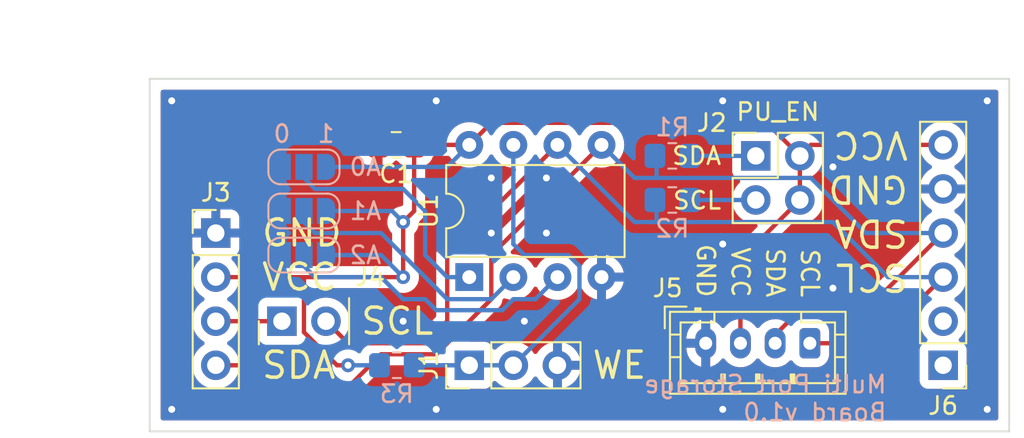
<source format=kicad_pcb>
(kicad_pcb (version 20211014) (generator pcbnew)
  (layers (0 "F.Cu" signal) (31 "B.Cu" signal) (34 "B.Paste" user) (35 "F.Paste" user) (36 "B.SilkS" user "B.Silkscreen") (37 "F.SilkS" user "F.Silkscreen") (38 "B.Mask" user) (39 "F.Mask" user) (44 "Edge.Cuts" user))
  (net 0 "")
  (net 1 "VCC")
  (net 2 "GND")
  (net 3 "Net-(U1-Pad7)")
  (net 4 "Net-(J2-Pad1)")
  (net 5 "Net-(J2-Pad3)")
  (net 6 "Net-(J3-Pad3)")
  (net 7 "/SDA")
  (net 8 "/SCL")
  (net 11 "/A0")
  (net 12 "/A1")
  (net 13 "/A2")
  (footprint "Connector_PinHeader_2.54mm:PinHeader_1x06_P2.54mm_Vertical" (layer "F.Cu") (at 170.18 100.33 180)
    (fp_text reference "J6" (at 0 -2.33) (layer "F.SilkS"))
    (fp_text value "Conn_01x06")
    (fp_line (start -1.33 0) (end -1.33 -1.33) (layer "F.SilkS") (width 0.12))
    (fp_line (start -1.33 14.03) (end 1.33 14.03) (layer "F.SilkS") (width 0.12))
    (fp_line (start -1.33 1.27) (end 1.33 1.27) (layer "F.SilkS") (width 0.12))
    (fp_line (start -1.33 1.27) (end -1.33 14.03) (layer "F.SilkS") (width 0.12))
    (fp_line (start 1.33 1.27) (end 1.33 14.03) (layer "F.SilkS") (width 0.12))
    (fp_line (start -1.33 -1.33) (end 0 -1.33) (layer "F.SilkS") (width 0.12))
    (pad "1" thru_hole rect (at 0 0 180) (size 1.7 1.7) (drill 1) (layers *.Cu *.Mask))
    (pad "2" thru_hole oval (at 0 2.54 180) (size 1.7 1.7) (drill 1) (layers *.Cu *.Mask))
    (pad "3" thru_hole oval (at 0 5.08 180) (size 1.7 1.7) (drill 1) (layers *.Cu *.Mask) (net 8 "/SCL"))
    (pad "4" thru_hole oval (at 0 7.62 180) (size 1.7 1.7) (drill 1) (layers *.Cu *.Mask) (net 7 "/SDA"))
    (pad "5" thru_hole oval (at 0 10.16 180) (size 1.7 1.7) (drill 1) (layers *.Cu *.Mask) (net 2 "GND"))
    (pad "6" thru_hole oval (at 0 12.7 180) (size 1.7 1.7) (drill 1) (layers *.Cu *.Mask) (net 1 "VCC"))
  )
  (footprint "Package_DIP:DIP-8_W7.62mm" (layer "F.Cu") (at 142.875 95.25 90)
    (fp_text reference "U1" (at 3.81 -2.33 90) (layer "F.SilkS"))
    (fp_text value "24FC1025")
    (fp_line (start 6.46 -1.33) (end 4.81 -1.33) (layer "F.SilkS") (width 0.12))
    (fp_line (start 1.16 -1.33) (end 1.16 8.95) (layer "F.SilkS") (width 0.12))
    (fp_line (start 6.46 8.95) (end 6.46 -1.33) (layer "F.SilkS") (width 0.12))
    (fp_line (start 1.16 8.95) (end 6.46 8.95) (layer "F.SilkS") (width 0.12))
    (fp_line (start 2.81 -1.33) (end 1.16 -1.33) (layer "F.SilkS") (width 0.12))
    (fp_arc (start 4.81 -1.33) (mid 3.81 -0.33) (end 2.81 -1.33) (layer "F.SilkS") (width 0.12))
    (pad "1" thru_hole rect (at 0 0 90) (size 1.6 1.6) (drill 0.8) (layers *.Cu *.Mask) (net 11 "/A0"))
    (pad "2" thru_hole oval (at 0 2.54 90) (size 1.6 1.6) (drill 0.8) (layers *.Cu *.Mask) (net 12 "/A1"))
    (pad "3" thru_hole oval (at 0 5.08 90) (size 1.6 1.6) (drill 0.8) (layers *.Cu *.Mask) (net 13 "/A2"))
    (pad "4" thru_hole oval (at 0 7.62 90) (size 1.6 1.6) (drill 0.8) (layers *.Cu *.Mask) (net 2 "GND"))
    (pad "5" thru_hole oval (at 7.62 7.62 90) (size 1.6 1.6) (drill 0.8) (layers *.Cu *.Mask) (net 7 "/SDA"))
    (pad "6" thru_hole oval (at 7.62 5.08 90) (size 1.6 1.6) (drill 0.8) (layers *.Cu *.Mask) (net 8 "/SCL"))
    (pad "7" thru_hole oval (at 7.62 2.54 90) (size 1.6 1.6) (drill 0.8) (layers *.Cu *.Mask) (net 3 "Net-(U1-Pad7)"))
    (pad "8" thru_hole oval (at 7.62 0 90) (size 1.6 1.6) (drill 0.8) (layers *.Cu *.Mask) (net 1 "VCC"))
  )
  (footprint "Connector_PinHeader_2.54mm:PinHeader_1x03_P2.54mm_Vertical" (layer "F.Cu") (at 142.875 100.33 90)
    (fp_text reference "J1" (at 0 -2.33 90) (layer "F.SilkS"))
    (fp_text value "WE_SWITCH")
    (fp_line (start -1.33 1.27) (end 1.33 1.27) (layer "F.SilkS") (width 0.12))
    (fp_line (start -1.33 1.27) (end -1.33 6.41) (layer "F.SilkS") (width 0.12))
    (fp_line (start 1.33 1.27) (end 1.33 6.41) (layer "F.SilkS") (width 0.12))
    (fp_line (start -1.33 0) (end -1.33 -1.33) (layer "F.SilkS") (width 0.12))
    (fp_line (start -1.33 -1.33) (end 0 -1.33) (layer "F.SilkS") (width 0.12))
    (fp_line (start -1.33 6.41) (end 1.33 6.41) (layer "F.SilkS") (width 0.12))
    (pad "1" thru_hole rect (at 0 0 90) (size 1.7 1.7) (drill 1) (layers *.Cu *.Mask) (net 3 "Net-(U1-Pad7)"))
    (pad "2" thru_hole oval (at 0 2.54 90) (size 1.7 1.7) (drill 1) (layers *.Cu *.Mask) (net 3 "Net-(U1-Pad7)"))
    (pad "3" thru_hole oval (at 0 5.08 90) (size 1.7 1.7) (drill 1) (layers *.Cu *.Mask) (net 2 "GND"))
  )
  (footprint "Capacitor_SMD:C_0805_2012Metric_Pad1.18x1.45mm_HandSolder" (layer "F.Cu") (at 138.6625 87.63 180)
    (fp_text reference "C1" (at 0 -1.68) (layer "F.SilkS"))
    (fp_text value "0.1u")
    (fp_line (start -0.261252 -0.735) (end 0.261252 -0.735) (layer "F.SilkS") (width 0.12))
    (fp_line (start -0.261252 0.735) (end 0.261252 0.735) (layer "F.SilkS") (width 0.12))
    (pad "1" smd roundrect (at -1.0375 0 180) (size 1.175 1.45) (layers "F.Cu" "F.Paste" "F.Mask") (roundrect_rratio 0.212766) (net 1 "VCC"))
    (pad "2" smd roundrect (at 1.0375 0 180) (size 1.175 1.45) (layers "F.Cu" "F.Paste" "F.Mask") (roundrect_rratio 0.212766) (net 2 "GND"))
  )
  (footprint "Connector_JST:JST_PH_B4B-PH-K_1x04_P2.00mm_Vertical" (layer "F.Cu") (at 156.5 99.06)
    (fp_text reference "J5" (at -2.195 -3.175) (layer "F.SilkS"))
    (fp_text value "Conn_01x04")
    (fp_line (start 1.1 1.8) (end 1.1 2.3) (layer "F.SilkS") (width 0.12))
    (fp_line (start 8.06 2.91) (end 8.06 -1.81) (layer "F.SilkS") (width 0.12))
    (fp_line (start -2.06 -1.81) (end -2.06 2.91) (layer "F.SilkS") (width 0.12))
    (fp_line (start 5 2.3) (end 5 1.8) (layer "F.SilkS") (width 0.12))
    (fp_line (start 3 2.3) (end 3 1.8) (layer "F.SilkS") (width 0.12))
    (fp_line (start 7.45 -1.2) (end 5.5 -1.2) (layer "F.SilkS") (width 0.12))
    (fp_line (start -2.06 -0.5) (end -1.45 -0.5) (layer "F.SilkS") (width 0.12))
    (fp_line (start 4.9 2.3) (end 4.9 1.8) (layer "F.SilkS") (width 0.12))
    (fp_line (start 5.5 -1.2) (end 5.5 -1.81) (layer "F.SilkS") (width 0.12))
    (fp_line (start 4.9 1.8) (end 5.1 1.8) (layer "F.SilkS") (width 0.12))
    (fp_line (start -0.3 -2.01) (end -0.6 -2.01) (layer "F.SilkS") (width 0.12))
    (fp_line (start 0.5 -1.2) (end -1.45 -1.2) (layer "F.SilkS") (width 0.12))
    (fp_line (start -2.36 -2.11) (end -2.36 -0.86) (layer "F.SilkS") (width 0.12))
    (fp_line (start 7.45 2.3) (end 7.45 -1.2) (layer "F.SilkS") (width 0.12))
    (fp_line (start 0.9 1.8) (end 1.1 1.8) (layer "F.SilkS") (width 0.12))
    (fp_line (start 8.06 -0.5) (end 7.45 -0.5) (layer "F.SilkS") (width 0.12))
    (fp_line (start 2.9 1.8) (end 3.1 1.8) (layer "F.SilkS") (width 0.12))
    (fp_line (start -0.6 -2.01) (end -0.6 -1.81) (layer "F.SilkS") (width 0.12))
    (fp_line (start 8.06 -1.81) (end -2.06 -1.81) (layer "F.SilkS") (width 0.12))
    (fp_line (start 2.9 2.3) (end 2.9 1.8) (layer "F.SilkS") (width 0.12))
    (fp_line (start -0.3 -1.81) (end -0.3 -2.01) (layer "F.SilkS") (width 0.12))
    (fp_line (start 0.9 2.3) (end 0.9 1.8) (layer "F.SilkS") (width 0.12))
    (fp_line (start -0.3 -1.91) (end -0.6 -1.91) (layer "F.SilkS") (width 0.12))
    (fp_line (start -2.06 2.91) (end 8.06 2.91) (layer "F.SilkS") (width 0.12))
    (fp_line (start 8.06 0.8) (end 7.45 0.8) (layer "F.SilkS") (width 0.12))
    (fp_line (start -1.11 -2.11) (end -2.36 -2.11) (layer "F.SilkS") (width 0.12))
    (fp_line (start 3.1 1.8) (end 3.1 2.3) (layer "F.SilkS") (width 0.12))
    (fp_line (start -2.06 0.8) (end -1.45 0.8) (layer "F.SilkS") (width 0.12))
    (fp_line (start -1.45 -1.2) (end -1.45 2.3) (layer "F.SilkS") (width 0.12))
    (fp_line (start -1.45 2.3) (end 7.45 2.3) (layer "F.SilkS") (width 0.12))
    (fp_line (start 0.5 -1.81) (end 0.5 -1.2) (layer "F.SilkS") (width 0.12))
    (fp_line (start 1 2.3) (end 1 1.8) (layer "F.SilkS") (width 0.12))
    (fp_line (start 5.1 1.8) (end 5.1 2.3) (layer "F.SilkS") (width 0.12))
    (pad "1" thru_hole roundrect (at 6 0) (size 1.2 1.75) (drill 0.75) (layers *.Cu *.Mask) (roundrect_rratio 0.2083333333) (net 8 "/SCL"))
    (pad "2" thru_hole oval (at 4 0) (size 1.2 1.75) (drill 0.75) (layers *.Cu *.Mask) (net 7 "/SDA"))
    (pad "3" thru_hole oval (at 2 0) (size 1.2 1.75) (drill 0.75) (layers *.Cu *.Mask) (net 1 "VCC"))
    (pad "4" thru_hole oval (at 0 0) (size 1.2 1.75) (drill 0.75) (layers *.Cu *.Mask) (net 2 "GND"))
  )
  (footprint "Connector_PinHeader_2.54mm:PinHeader_1x04_P2.54mm_Vertical" (layer "F.Cu") (at 128.27 92.71)
    (fp_text reference "J3" (at 0 -2.33) (layer "F.SilkS"))
    (fp_text value "Conn_01x04")
    (fp_line (start -1.33 1.27) (end -1.33 8.95) (layer "F.SilkS") (width 0.12))
    (fp_line (start -1.33 8.95) (end 1.33 8.95) (layer "F.SilkS") (width 0.12))
    (fp_line (start -1.33 -1.33) (end 0 -1.33) (layer "F.SilkS") (width 0.12))
    (fp_line (start -1.33 1.27) (end 1.33 1.27) (layer "F.SilkS") (width 0.12))
    (fp_line (start -1.33 0) (end -1.33 -1.33) (layer "F.SilkS") (width 0.12))
    (fp_line (start 1.33 1.27) (end 1.33 8.95) (layer "F.SilkS") (width 0.12))
    (pad "1" thru_hole rect (at 0 0) (size 1.7 1.7) (drill 1) (layers *.Cu *.Mask) (net 2 "GND"))
    (pad "2" thru_hole oval (at 0 2.54) (size 1.7 1.7) (drill 1) (layers *.Cu *.Mask) (net 1 "VCC"))
    (pad "3" thru_hole oval (at 0 5.08) (size 1.7 1.7) (drill 1) (layers *.Cu *.Mask) (net 6 "Net-(J3-Pad3)"))
    (pad "4" thru_hole oval (at 0 7.62) (size 1.7 1.7) (drill 1) (layers *.Cu *.Mask) (net 7 "/SDA"))
  )
  (footprint "Connector_PinHeader_2.54mm:PinHeader_2x02_P2.54mm_Vertical" (layer "F.Cu") (at 159.385 88.265)
    (fp_text reference "J2" (at -2.54 -1.905) (layer "F.SilkS"))
    (fp_text value "PU_EN")
    (fp_line (start -1.33 1.27) (end -1.33 3.87) (layer "F.SilkS") (width 0.12))
    (fp_line (start -1.33 1.27) (end 1.27 1.27) (layer "F.SilkS") (width 0.12))
    (fp_line (start -1.33 3.87) (end 3.87 3.87) (layer "F.SilkS") (width 0.12))
    (fp_line (start 1.27 1.27) (end 1.27 -1.33) (layer "F.SilkS") (width 0.12))
    (fp_line (start 1.27 -1.33) (end 3.87 -1.33) (layer "F.SilkS") (width 0.12))
    (fp_line (start 3.87 -1.33) (end 3.87 3.87) (layer "F.SilkS") (width 0.12))
    (fp_line (start -1.33 -1.33) (end 0 -1.33) (layer "F.SilkS") (width 0.12))
    (fp_line (start -1.33 0) (end -1.33 -1.33) (layer "F.SilkS") (width 0.12))
    (pad "1" thru_hole rect (at 0 0) (size 1.7 1.7) (drill 1) (layers *.Cu *.Mask) (net 4 "Net-(J2-Pad1)"))
    (pad "2" thru_hole oval (at 2.54 0) (size 1.7 1.7) (drill 1) (layers *.Cu *.Mask) (net 1 "VCC"))
    (pad "3" thru_hole oval (at 0 2.54) (size 1.7 1.7) (drill 1) (layers *.Cu *.Mask) (net 5 "Net-(J2-Pad3)"))
    (pad "4" thru_hole oval (at 2.54 2.54) (size 1.7 1.7) (drill 1) (layers *.Cu *.Mask) (net 1 "VCC"))
  )
  (footprint "Connector_PinHeader_2.54mm:PinHeader_1x02_P2.54mm_Vertical" (layer "F.Cu") (at 132.08 97.79 90)
    (fp_text reference "J4" (at 2.54 5.08 180) (layer "F.SilkS"))
    (fp_text value "Conn_01x02")
    (fp_line (start -1.33 3.87) (end 1.33 3.87) (layer "F.SilkS") (width 0.12))
    (fp_line (start -1.33 -1.33) (end 0 -1.33) (layer "F.SilkS") (width 0.12))
    (pad "1" thru_hole rect (at 0 0 90) (size 1.7 1.7) (drill 1) (layers *.Cu *.Mask) (net 6 "Net-(J3-Pad3)"))
    (pad "2" thru_hole oval (at 0 2.54 90) (size 1.7 1.7) (drill 1) (layers *.Cu *.Mask) (net 8 "/SCL"))
  )
  (footprint "Jumper:SolderJumper-3_P1.3mm_Open_RoundedPad1.0x1.5mm_NumberLabels" (layer "B.Cu") (at 133.35 91.44 180)
    (fp_text reference "JP2" hide)
    (fp_text value "SolderJumper_3_Open")
    (fp_line (start 1.4 -1) (end -1.4 -1) (layer "B.SilkS") (width 0.12))
    (fp_line (start -1.4 1) (end 1.4 1) (layer "B.SilkS") (width 0.12))
    (fp_line (start 2.05 0.3) (end 2.05 -0.3) (layer "B.SilkS") (width 0.12))
    (fp_line (start -2.05 -0.3) (end -2.05 0.3) (layer "B.SilkS") (width 0.12))
    (fp_arc (start 1.35 -1) (mid 1.844975 -0.794975) (end 2.05 -0.3) (layer "B.SilkS") (width 0.12))
    (fp_arc (start -1.35 1) (mid -1.844975 0.794975) (end -2.05 0.3) (layer "B.SilkS") (width 0.12))
    (fp_arc (start 2.05 0.3) (mid 1.844975 0.794975) (end 1.35 1) (layer "B.SilkS") (width 0.12))
    (fp_arc (start -2.05 -0.3) (mid -1.844975 -0.794975) (end -1.35 -1) (layer "B.SilkS") (width 0.12))
    (pad "1" smd custom (at -1.3 0 180) (size 1 0.5) (layers "B.Cu" "B.Mask") (net 1 "VCC") (options (clearance outline) (anchor rect)) (primitives (gr_circle (center 0 -0.25) (end 0.5 -0.25) (width 0) (fill yes)) (gr_circle (center 0 0.25) (end 0.5 0.25) (width 0) (fill yes)) (gr_poly (pts (xy 0.55 -0.75) (xy 0 -0.75) (xy 0 0.75) (xy 0.55 0.75)) (width 0) (fill yes))))
    (pad "2" smd rect (at 0 0 180) (size 1 1.5) (layers "B.Cu" "B.Mask") (net 12 "/A1"))
    (pad "3" smd custom (at 1.3 0 180) (size 1 0.5) (layers "B.Cu" "B.Mask") (net 2 "GND") (options (clearance outline) (anchor rect)) (primitives (gr_circle (center 0 -0.25) (end 0.5 -0.25) (width 0) (fill yes)) (gr_circle (center 0 0.25) (end 0.5 0.25) (width 0) (fill yes)) (gr_poly (pts (xy 0 -0.75) (xy -0.55 -0.75) (xy -0.55 0.75) (xy 0 0.75)) (width 0) (fill yes))))
  )
  (footprint "Jumper:SolderJumper-3_P1.3mm_Open_RoundedPad1.0x1.5mm_NumberLabels" (layer "B.Cu") (at 133.35 93.98 180)
    (fp_text reference "JP3" hide)
    (fp_text value "SolderJumper_3_Open")
    (fp_line (start 1.4 -1) (end -1.4 -1) (layer "B.SilkS") (width 0.12))
    (fp_line (start 2.05 0.3) (end 2.05 -0.3) (layer "B.SilkS") (width 0.12))
    (fp_line (start -1.4 1) (end 1.4 1) (layer "B.SilkS") (width 0.12))
    (fp_line (start -2.05 -0.3) (end -2.05 0.3) (layer "B.SilkS") (width 0.12))
    (fp_arc (start 1.35 -1) (mid 1.844975 -0.794975) (end 2.05 -0.3) (layer "B.SilkS") (width 0.12))
    (fp_arc (start -2.05 -0.3) (mid -1.844975 -0.794975) (end -1.35 -1) (layer "B.SilkS") (width 0.12))
    (fp_arc (start -1.35 1) (mid -1.844975 0.794975) (end -2.05 0.3) (layer "B.SilkS") (width 0.12))
    (fp_arc (start 2.05 0.3) (mid 1.844975 0.794975) (end 1.35 1) (layer "B.SilkS") (width 0.12))
    (pad "1" smd custom (at -1.3 0 180) (size 1 0.5) (layers "B.Cu" "B.Mask") (net 1 "VCC") (options (clearance outline) (anchor rect)) (primitives (gr_circle (center 0 -0.25) (end 0.5 -0.25) (width 0) (fill yes)) (gr_circle (center 0 0.25) (end 0.5 0.25) (width 0) (fill yes)) (gr_poly (pts (xy 0.55 -0.75) (xy 0 -0.75) (xy 0 0.75) (xy 0.55 0.75)) (width 0) (fill yes))))
    (pad "2" smd rect (at 0 0 180) (size 1 1.5) (layers "B.Cu" "B.Mask") (net 13 "/A2"))
    (pad "3" smd custom (at 1.3 0 180) (size 1 0.5) (layers "B.Cu" "B.Mask") (net 2 "GND") (options (clearance outline) (anchor rect)) (primitives (gr_circle (center 0 -0.25) (end 0.5 -0.25) (width 0) (fill yes)) (gr_circle (center 0 0.25) (end 0.5 0.25) (width 0) (fill yes)) (gr_poly (pts (xy 0 -0.75) (xy -0.55 -0.75) (xy -0.55 0.75) (xy 0 0.75)) (width 0) (fill yes))))
  )
  (footprint "Jumper:SolderJumper-3_P1.3mm_Open_RoundedPad1.0x1.5mm_NumberLabels" (layer "B.Cu") (at 133.35 88.9 180)
    (fp_text reference "JP1" hide)
    (fp_text value "SolderJumper_3_Open")
    (fp_line (start 2.05 0.3) (end 2.05 -0.3) (layer "B.SilkS") (width 0.12))
    (fp_line (start 1.4 -1) (end -1.4 -1) (layer "B.SilkS") (width 0.12))
    (fp_line (start -2.05 -0.3) (end -2.05 0.3) (layer "B.SilkS") (width 0.12))
    (fp_line (start -1.4 1) (end 1.4 1) (layer "B.SilkS") (width 0.12))
    (fp_arc (start 2.05 0.3) (mid 1.844975 0.794975) (end 1.35 1) (layer "B.SilkS") (width 0.12))
    (fp_arc (start 1.35 -1) (mid 1.844975 -0.794975) (end 2.05 -0.3) (layer "B.SilkS") (width 0.12))
    (fp_arc (start -1.35 1) (mid -1.844975 0.794975) (end -2.05 0.3) (layer "B.SilkS") (width 0.12))
    (fp_arc (start -2.05 -0.3) (mid -1.844975 -0.794975) (end -1.35 -1) (layer "B.SilkS") (width 0.12))
    (pad "1" smd custom (at -1.3 0 180) (size 1 0.5) (layers "B.Cu" "B.Mask") (net 1 "VCC") (options (clearance outline) (anchor rect)) (primitives (gr_circle (center 0 -0.25) (end 0.5 -0.25) (width 0) (fill yes)) (gr_circle (center 0 0.25) (end 0.5 0.25) (width 0) (fill yes)) (gr_poly (pts (xy 0.55 -0.75) (xy 0 -0.75) (xy 0 0.75) (xy 0.55 0.75)) (width 0) (fill yes))))
    (pad "2" smd rect (at 0 0 180) (size 1 1.5) (layers "B.Cu" "B.Mask") (net 11 "/A0"))
    (pad "3" smd custom (at 1.3 0 180) (size 1 0.5) (layers "B.Cu" "B.Mask") (net 2 "GND") (options (clearance outline) (anchor rect)) (primitives (gr_circle (center 0 -0.25) (end 0.5 -0.25) (width 0) (fill yes)) (gr_circle (center 0 0.25) (end 0.5 0.25) (width 0) (fill yes)) (gr_poly (pts (xy 0 -0.75) (xy -0.55 -0.75) (xy -0.55 0.75) (xy 0 0.75)) (width 0) (fill yes))))
  )
  (footprint "Resistor_SMD:R_0805_2012Metric_Pad1.20x1.40mm_HandSolder" (layer "B.Cu") (at 154.575 88.265 180)
    (fp_text reference "R1" (at 0 1.65) (layer "B.SilkS") (effects (justify mirror)))
    (fp_text value "2k")
    (fp_line (start -0.227064 -0.735) (end 0.227064 -0.735) (layer "B.SilkS") (width 0.12))
    (fp_line (start -0.227064 0.735) (end 0.227064 0.735) (layer "B.SilkS") (width 0.12))
    (pad "1" smd roundrect (at -1 0 180) (size 1.2 1.4) (layers "B.Cu" "B.Paste" "B.Mask") (roundrect_rratio 0.208333) (net 4 "Net-(J2-Pad1)"))
    (pad "2" smd roundrect (at 1 0 180) (size 1.2 1.4) (layers "B.Cu" "B.Paste" "B.Mask") (roundrect_rratio 0.208333) (net 7 "/SDA"))
  )
  (footprint "Resistor_SMD:R_0805_2012Metric_Pad1.20x1.40mm_HandSolder" (layer "B.Cu") (at 138.7 100.33)
    (fp_text reference "R3" (at 0 1.65) (layer "B.SilkS") (effects (justify mirror)))
    (fp_text value "10k")
    (fp_line (start -0.227064 0.735) (end 0.227064 0.735) (layer "B.SilkS") (width 0.12))
    (fp_line (start -0.227064 -0.735) (end 0.227064 -0.735) (layer "B.SilkS") (width 0.12))
    (pad "1" smd roundrect (at -1 0) (size 1.2 1.4) (layers "B.Cu" "B.Paste" "B.Mask") (roundrect_rratio 0.208333) (net 1 "VCC"))
    (pad "2" smd roundrect (at 1 0) (size 1.2 1.4) (layers "B.Cu" "B.Paste" "B.Mask") (roundrect_rratio 0.208333) (net 3 "Net-(U1-Pad7)"))
  )
  (footprint "Resistor_SMD:R_0805_2012Metric_Pad1.20x1.40mm_HandSolder" (layer "B.Cu") (at 154.575 90.805 180)
    (fp_text reference "R2" (at 0 -1.65) (layer "B.SilkS") (effects (justify mirror)))
    (fp_text value "2k")
    (fp_line (start -0.227064 -0.735) (end 0.227064 -0.735) (layer "B.SilkS") (width 0.12))
    (fp_line (start -0.227064 0.735) (end 0.227064 0.735) (layer "B.SilkS") (width 0.12))
    (pad "1" smd roundrect (at -1 0 180) (size 1.2 1.4) (layers "B.Cu" "B.Paste" "B.Mask") (roundrect_rratio 0.208333) (net 5 "Net-(J2-Pad3)"))
    (pad "2" smd roundrect (at 1 0 180) (size 1.2 1.4) (layers "B.Cu" "B.Paste" "B.Mask") (roundrect_rratio 0.208333) (net 8 "/SCL"))
  )
  (gr_rect (start 124.46 83.82) (end 173.99 104.14) (layer "Edge.Cuts") (width 0.1) (fill none))
  (gr_text "Multi Port Storage\nBoard v1.0" (at 167.005 102.235) (layer "B.SilkS") (effects (font (size 1 1)) (justify left mirror)))
  (gr_text "A1" (at 135.89 91.44) (layer "B.SilkS") (effects (font (size 1 1)) (justify right mirror)))
  (gr_text "A0" (at 135.89 88.9) (layer "B.SilkS") (effects (font (size 1 1)) (justify right mirror)))
  (gr_text "0" (at 132.08 86.995) (layer "B.SilkS") (effects (font (size 1 1)) (justify mirror)))
  (gr_text "A2" (at 135.89 93.98) (layer "B.SilkS") (effects (font (size 1 1)) (justify right mirror)))
  (gr_text "1" (at 134.62 86.995) (layer "B.SilkS") (effects (font (size 1 1)) (justify mirror)))
  (gr_text "VCC" (at 158.5 96.5 -90) (layer "F.SilkS") (effects (font (size 1 1)) (justify right)))
  (gr_text "GND" (at 156.5 96.5 -90) (layer "F.SilkS") (effects (font (size 1 1)) (justify right)))
  (gr_text "SDA" (at 157.48 88.265) (layer "F.SilkS") (effects (font (size 1 1)) (justify right)))
  (gr_text "SCL" (at 157.48 90.835) (layer "F.SilkS") (effects (font (size 1 1)) (justify right)))
  (gr_text "WE" (at 149.86 100.33) (layer "F.SilkS") (effects (font (size 1.5 1.5) (thickness 0.2)) (justify left)))
  (gr_text "SCL" (at 136.525 97.79) (layer "F.SilkS") (effects (font (size 1.5 1.5) (thickness 0.2)) (justify left)))
  (gr_text "PU_EN" (at 160.655 85.725) (layer "F.SilkS") (effects (font (size 1 1))))
  (gr_text "VCC" (at 130.81 95.25) (layer "F.SilkS") (effects (font (size 1.5 1.5) (thickness 0.2)) (justify left)))
  (gr_text "SCL" (at 168.275 95.25 180) (layer "F.SilkS") (effects (font (size 1.5 1.5) (thickness 0.2)) (justify left)))
  (gr_text "GND" (at 130.81 92.71) (layer "F.SilkS") (effects (font (size 1.5 1.5) (thickness 0.2)) (justify left)))
  (gr_text "SDA" (at 168.275 92.71 180) (layer "F.SilkS") (effects (font (size 1.5 1.5) (thickness 0.2)) (justify left)))
  (gr_text "SDA" (at 130.81 100.33) (layer "F.SilkS") (effects (font (size 1.5 1.5) (thickness 0.2)) (justify left)))
  (gr_text "SCL" (at 162.5 96.5 270) (layer "F.SilkS") (effects (font (size 1 1)) (justify right)))
  (gr_text "SDA" (at 160.5 96.5 -90) (layer "F.SilkS") (effects (font (size 1 1)) (justify right)))
  (gr_text "VCC" (at 168.275 87.63 180) (layer "F.SilkS") (effects (font (size 1.5 1.5) (thickness 0.2)) (justify left)))
  (gr_text "GND" (at 168.275 90.17 180) (layer "F.SilkS") (effects (font (size 1.5 1.5) (thickness 0.2)) (justify left)))
  (segment (start 139.065 92.075) (end 139.7 91.44) (width 0.25) (layer "F.Cu") (net 1))
  (segment (start 133.35 95.25) (end 133.35 98.425) (width 0.25) (layer "F.Cu") (net 1))
  (segment (start 158.5 94.23) (end 161.925 90.805) (width 0.25) (layer "F.Cu") (net 1))
  (segment (start 170.18 87.63) (end 162.56 87.63) (width 0.25) (layer "F.Cu") (net 1))
  (segment (start 158.5 99.06) (end 158.5 94.23) (width 0.25) (layer "F.Cu") (net 1))
  (segment (start 128.27 95.25) (end 133.35 95.25) (width 0.25) (layer "F.Cu") (net 1))
  (segment (start 160.02 86.36) (end 161.925 88.265) (width 0.25) (layer "F.Cu") (net 1))
  (segment (start 144.145 86.36) (end 160.02 86.36) (width 0.25) (layer "F.Cu") (net 1))
  (segment (start 161.925 88.265) (end 161.925 90.805) (width 0.25) (layer "F.Cu") (net 1))
  (segment (start 139.065 95.25) (end 139.065 92.075) (width 0.25) (layer "F.Cu") (net 1))
  (segment (start 139.7 87.63) (end 142.875 87.63) (width 0.25) (layer "F.Cu") (net 1))
  (segment (start 142.875 87.63) (end 144.145 86.36) (width 0.25) (layer "F.Cu") (net 1))
  (segment (start 162.56 87.63) (end 161.925 88.265) (width 0.25) (layer "F.Cu") (net 1))
  (segment (start 133.35 95.25) (end 139.065 95.25) (width 0.25) (layer "F.Cu") (net 1))
  (segment (start 139.7 91.44) (end 139.7 87.63) (width 0.25) (layer "F.Cu") (net 1))
  (segment (start 135.255 100.33) (end 135.89 100.33) (width 0.25) (layer "F.Cu") (net 1))
  (segment (start 133.35 98.425) (end 135.255 100.33) (width 0.25) (layer "F.Cu") (net 1))
  (via (at 139.065 92.075) (size 0.8) (drill 0.4) (layers "F.Cu" "B.Cu") (net 1))
  (via (at 135.89 100.33) (size 0.8) (drill 0.4) (layers "F.Cu" "B.Cu") (net 1))
  (via (at 139.065 95.25) (size 0.8) (drill 0.4) (layers "F.Cu" "B.Cu") (net 1))
  (segment (start 134.65 93.98) (end 137.795 93.98) (width 0.25) (layer "B.Cu") (net 1))
  (segment (start 134.65 91.44) (end 138.43 91.44) (width 0.25) (layer "B.Cu") (net 1))
  (segment (start 138.43 91.44) (end 139.065 92.075) (width 0.25) (layer "B.Cu") (net 1))
  (segment (start 141.605 88.9) (end 142.875 87.63) (width 0.25) (layer "B.Cu") (net 1))
  (segment (start 134.65 88.9) (end 141.605 88.9) (width 0.25) (layer "B.Cu") (net 1))
  (segment (start 135.89 100.33) (end 137.7 100.33) (width 0.25) (layer "B.Cu") (net 1))
  (segment (start 137.795 93.98) (end 139.065 95.25) (width 0.25) (layer "B.Cu") (net 1))
  (via (at 125.73 85.09) (size 0.8) (drill 0.4) (layers "F.Cu" "B.Cu") (net 2))
  (via (at 140.97 85.09) (size 0.8) (drill 0.4) (layers "F.Cu" "B.Cu") (net 2))
  (via (at 125.73 102.87) (size 0.8) (drill 0.4) (layers "F.Cu" "B.Cu") (net 2))
  (via (at 172.72 102.87) (size 0.8) (drill 0.4) (layers "F.Cu" "B.Cu") (net 2))
  (via (at 147.32 89.535) (size 0.8) (drill 0.4) (layers "F.Cu" "B.Cu") (net 2))
  (via (at 172.72 85.09) (size 0.8) (drill 0.4) (layers "F.Cu" "B.Cu") (net 2))
  (via (at 163.83 95.885) (size 0.8) (drill 0.4) (layers "F.Cu" "B.Cu") (net 2))
  (via (at 144.145 92.71) (size 0.8) (drill 0.4) (layers "F.Cu" "B.Cu") (net 2))
  (via (at 139.065 97.79) (size 0.8) (drill 0.4) (layers "F.Cu" "B.Cu") (net 2))
  (via (at 144.145 89.535) (size 0.8) (drill 0.4) (layers "F.Cu" "B.Cu") (net 2))
  (via (at 157.48 93.345) (size 0.8) (drill 0.4) (layers "F.Cu" "B.Cu") (net 2))
  (via (at 163.83 88.9) (size 0.8) (drill 0.4) (layers "F.Cu" "B.Cu") (net 2))
  (via (at 140.97 102.87) (size 0.8) (drill 0.4) (layers "F.Cu" "B.Cu") (net 2))
  (via (at 157.48 85.09) (size 0.8) (drill 0.4) (layers "F.Cu" "B.Cu") (net 2))
  (via (at 147.32 92.71) (size 0.8) (drill 0.4) (layers "F.Cu" "B.Cu") (net 2))
  (via (at 157.48 102.87) (size 0.8) (drill 0.4) (layers "F.Cu" "B.Cu") (net 2))
  (via (at 146.05 97.79) (size 0.8) (drill 0.4) (layers "F.Cu" "B.Cu") (net 2))
  (segment (start 149.225 96.52) (end 149.225 94.615) (width 0.25) (layer "B.Cu") (net 3))
  (segment (start 146.05 93.98) (end 145.415 93.345) (width 0.25) (layer "B.Cu") (net 3))
  (segment (start 149.225 94.615) (end 148.59 93.98) (width 0.25) (layer "B.Cu") (net 3))
  (segment (start 142.875 100.33) (end 145.415 100.33) (width 0.25) (layer "B.Cu") (net 3))
  (segment (start 145.415 100.33) (end 149.225 96.52) (width 0.25) (layer "B.Cu") (net 3))
  (segment (start 145.415 93.345) (end 145.415 87.63) (width 0.25) (layer "B.Cu") (net 3))
  (segment (start 139.7 100.33) (end 142.875 100.33) (width 0.25) (layer "B.Cu") (net 3))
  (segment (start 148.59 93.98) (end 146.05 93.98) (width 0.25) (layer "B.Cu") (net 3))
  (segment (start 155.575 88.265) (end 159.385 88.265) (width 0.25) (layer "B.Cu") (net 4))
  (segment (start 155.575 90.805) (end 159.385 90.805) (width 0.25) (layer "B.Cu") (net 5))
  (segment (start 128.27 97.79) (end 132.08 97.79) (width 0.25) (layer "F.Cu") (net 6))
  (segment (start 161.925 97.155) (end 160.5 98.58) (width 0.25) (layer "F.Cu") (net 7))
  (segment (start 128.27 100.33) (end 133.985 100.33) (width 0.25) (layer "F.Cu") (net 7))
  (segment (start 160.5 98.58) (end 160.5 99.06) (width 0.25) (layer "F.Cu") (net 7))
  (segment (start 170.18 92.71) (end 165.735 97.155) (width 0.25) (layer "F.Cu") (net 7))
  (segment (start 135.255 101.6) (end 135.89 101.6) (width 0.25) (layer "F.Cu") (net 7))
  (segment (start 144.145 93.98) (end 150.495 87.63) (width 0.25) (layer "F.Cu") (net 7))
  (segment (start 140.97 99.695) (end 137.795 99.695) (width 0.25) (layer "F.Cu") (net 7))
  (segment (start 144.145 96.52) (end 144.145 93.98) (width 0.25) (layer "F.Cu") (net 7))
  (segment (start 137.795 99.695) (end 135.89 101.6) (width 0.25) (layer "F.Cu") (net 7))
  (segment (start 133.985 100.33) (end 135.255 101.6) (width 0.25) (layer "F.Cu") (net 7))
  (segment (start 165.735 97.155) (end 161.925 97.155) (width 0.25) (layer "F.Cu") (net 7))
  (segment (start 140.97 99.695) (end 144.145 96.52) (width 0.25) (layer "F.Cu") (net 7))
  (segment (start 153.67 89.535) (end 153.67 88.36) (width 0.25) (layer "B.Cu") (net 7))
  (segment (start 162.56 89.535) (end 165.735 92.71) (width 0.25) (layer "B.Cu") (net 7))
  (segment (start 150.495 87.63) (end 152.4 89.535) (width 0.25) (layer "B.Cu") (net 7))
  (segment (start 165.735 92.71) (end 170.18 92.71) (width 0.25) (layer "B.Cu") (net 7))
  (segment (start 153.67 88.36) (end 153.575 88.265) (width 0.25) (layer "B.Cu") (net 7))
  (segment (start 152.4 89.535) (end 153.67 89.535) (width 0.25) (layer "B.Cu") (net 7))
  (segment (start 153.67 89.535) (end 162.56 89.535) (width 0.25) (layer "B.Cu") (net 7))
  (segment (start 162.5 99.06) (end 166.37 99.06) (width 0.25) (layer "F.Cu") (net 8))
  (segment (start 135.89 99.06) (end 134.62 97.79) (width 0.25) (layer "F.Cu") (net 8))
  (segment (start 166.37 99.06) (end 170.18 95.25) (width 0.25) (layer "F.Cu") (net 8))
  (segment (start 141.605 93.98) (end 141.605 97.79) (width 0.25) (layer "F.Cu") (net 8))
  (segment (start 141.605 93.98) (end 147.955 87.63) (width 0.25) (layer "F.Cu") (net 8))
  (segment (start 140.335 99.06) (end 135.89 99.06) (width 0.25) (layer "F.Cu") (net 8))
  (segment (start 141.605 97.79) (end 140.335 99.06) (width 0.25) (layer "F.Cu") (net 8))
  (segment (start 167.005 95.25) (end 170.18 95.25) (width 0.25) (layer "B.Cu") (net 8))
  (segment (start 152.4 92.075) (end 153.67 92.075) (width 0.25) (layer "B.Cu") (net 8))
  (segment (start 152.4 92.075) (end 147.955 87.63) (width 0.25) (layer "B.Cu") (net 8))
  (segment (start 153.67 92.075) (end 163.83 92.075) (width 0.25) (layer "B.Cu") (net 8))
  (segment (start 153.67 92.075) (end 153.67 90.9) (width 0.25) (layer "B.Cu") (net 8))
  (segment (start 163.83 92.075) (end 167.005 95.25) (width 0.25) (layer "B.Cu") (net 8))
  (segment (start 153.67 90.9) (end 153.575 90.805) (width 0.25) (layer "B.Cu") (net 8))
  (segment (start 139.065 90.17) (end 140.335 91.44) (width 0.25) (layer "B.Cu") (net 11))
  (segment (start 141.605 95.25) (end 142.875 95.25) (width 0.25) (layer "B.Cu") (net 11))
  (segment (start 133.35 89.535) (end 133.985 90.17) (width 0.25) (layer "B.Cu") (net 11))
  (segment (start 133.35 88.9) (end 133.35 89.535) (width 0.25) (layer "B.Cu") (net 11))
  (segment (start 140.335 93.98) (end 141.605 95.25) (width 0.25) (layer "B.Cu") (net 11))
  (segment (start 140.335 91.44) (end 140.335 93.98) (width 0.25) (layer "B.Cu") (net 11))
  (segment (start 133.985 90.17) (end 139.065 90.17) (width 0.25) (layer "B.Cu") (net 11))
  (segment (start 133.35 92.075) (end 133.985 92.71) (width 0.25) (layer "B.Cu") (net 12))
  (segment (start 141.605 96.52) (end 144.145 96.52) (width 0.25) (layer "B.Cu") (net 12))
  (segment (start 133.35 91.44) (end 133.35 92.075) (width 0.25) (layer "B.Cu") (net 12))
  (segment (start 133.985 92.71) (end 137.795 92.71) (width 0.25) (layer "B.Cu") (net 12))
  (segment (start 137.795 92.71) (end 141.605 96.52) (width 0.25) (layer "B.Cu") (net 12))
  (segment (start 144.145 96.52) (end 145.415 95.25) (width 0.25) (layer "B.Cu") (net 12))
  (segment (start 140.335 96.52) (end 140.97 97.155) (width 0.25) (layer "B.Cu") (net 13))
  (segment (start 146.685 96.52) (end 145.415 96.52) (width 0.25) (layer "B.Cu") (net 13))
  (segment (start 146.685 96.52) (end 147.955 95.25) (width 0.25) (layer "B.Cu") (net 13))
  (segment (start 137.795 95.25) (end 139.065 96.52) (width 0.25) (layer "B.Cu") (net 13))
  (segment (start 133.985 95.25) (end 137.795 95.25) (width 0.25) (layer "B.Cu") (net 13))
  (segment (start 139.065 96.52) (end 140.335 96.52) (width 0.25) (layer "B.Cu") (net 13))
  (segment (start 145.415 96.52) (end 144.78 97.155) (width 0.25) (layer "B.Cu") (net 13))
  (segment (start 133.35 93.98) (end 133.35 94.615) (width 0.25) (layer "B.Cu") (net 13))
  (segment (start 133.35 94.615) (end 133.985 95.25) (width 0.25) (layer "B.Cu") (net 13))
  (segment (start 140.97 97.155) (end 144.78 97.155) (width 0.25) (layer "B.Cu") (net 13))
  (zone (net 2) (net_name "GND") (layers F&B.Cu) (connect_pads (clearance 0.508)) (min_thickness 0.254) (fill yes (thermal_gap 0.508) (thermal_bridge_width 0.508))
    (polygon (pts (xy 173.355 103.505) (xy 125.095 103.505) (xy 125.095 84.455) (xy 173.355 84.455)))
  )
)
</source>
